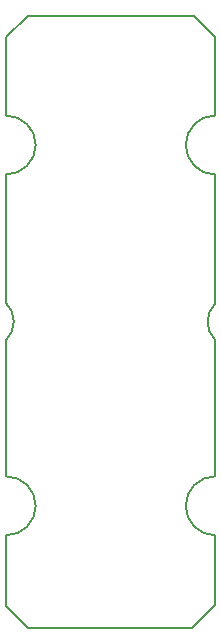
<source format=gbr>
G04 #@! TF.FileFunction,Profile,NP*
%FSLAX46Y46*%
G04 Gerber Fmt 4.6, Leading zero omitted, Abs format (unit mm)*
G04 Created by KiCad (PCBNEW 4.0.4-stable) date 03/30/17 11:45:36*
%MOMM*%
%LPD*%
G01*
G04 APERTURE LIST*
%ADD10C,0.100000*%
%ADD11C,0.150000*%
G04 APERTURE END LIST*
D10*
D11*
X142150000Y-93600000D02*
X142150000Y-82050000D01*
X159760000Y-104600000D02*
X159760000Y-104580000D01*
X159850000Y-68050000D02*
X159850000Y-78975000D01*
X159825000Y-93575000D02*
X159825000Y-82050000D01*
X142150000Y-68050000D02*
X142150000Y-78950000D01*
X143975000Y-54600000D02*
X158025000Y-54600000D01*
X142150000Y-56425000D02*
X143975000Y-54600000D01*
X142150000Y-63050000D02*
X142150000Y-56450000D01*
X159850000Y-56425000D02*
X158025000Y-54600000D01*
X159850000Y-56425000D02*
X159850000Y-63050000D01*
X142150000Y-104550000D02*
X142150000Y-98600000D01*
X159850000Y-98600000D02*
X159850000Y-104500000D01*
X157350000Y-65550000D02*
G75*
G03X159850000Y-68050000I2500000J0D01*
G01*
X142150000Y-68050000D02*
G75*
G03X144650000Y-65550000I0J2500000D01*
G01*
X144650000Y-65550000D02*
G75*
G03X142150000Y-63050000I-2500000J0D01*
G01*
X159850000Y-63050000D02*
G75*
G03X157350000Y-65550000I0J-2500000D01*
G01*
X157350000Y-96100000D02*
G75*
G03X159850000Y-98600000I2500000J0D01*
G01*
X159825000Y-93600000D02*
G75*
G03X157350000Y-96125000I25000J-2500000D01*
G01*
X142150000Y-98600000D02*
G75*
G03X144650000Y-96100000I0J2500000D01*
G01*
X144650000Y-96100000D02*
G75*
G03X142150000Y-93600000I-2500000J0D01*
G01*
X142150000Y-104550000D02*
X144025000Y-106425000D01*
X157925000Y-106425000D02*
X144050000Y-106425000D01*
X157925000Y-106425000D02*
X159850000Y-104500000D01*
X159825000Y-79000000D02*
G75*
G03X159850000Y-82075000I1550000J-1525000D01*
G01*
X142175000Y-82025000D02*
G75*
G03X142150000Y-78950000I-1550000J1525000D01*
G01*
M02*

</source>
